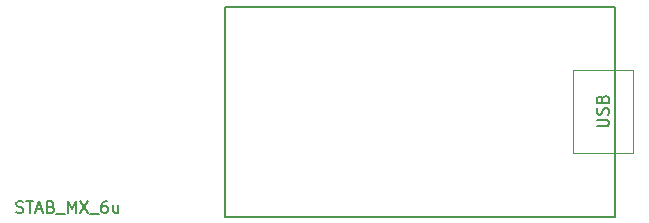
<source format=gbr>
%TF.GenerationSoftware,KiCad,Pcbnew,8.0.6*%
%TF.CreationDate,2024-12-13T09:52:16-07:00*%
%TF.ProjectId,tabesco-48,74616265-7363-46f2-9d34-382e6b696361,rev?*%
%TF.SameCoordinates,Original*%
%TF.FileFunction,Other,Comment*%
%FSLAX46Y46*%
G04 Gerber Fmt 4.6, Leading zero omitted, Abs format (unit mm)*
G04 Created by KiCad (PCBNEW 8.0.6) date 2024-12-13 09:52:16*
%MOMM*%
%LPD*%
G01*
G04 APERTURE LIST*
%ADD10C,0.150000*%
%ADD11C,0.100000*%
%ADD12C,0.200000*%
G04 APERTURE END LIST*
D10*
X173778166Y-112534700D02*
X173921023Y-112582319D01*
X173921023Y-112582319D02*
X174159118Y-112582319D01*
X174159118Y-112582319D02*
X174254356Y-112534700D01*
X174254356Y-112534700D02*
X174301975Y-112487080D01*
X174301975Y-112487080D02*
X174349594Y-112391842D01*
X174349594Y-112391842D02*
X174349594Y-112296604D01*
X174349594Y-112296604D02*
X174301975Y-112201366D01*
X174301975Y-112201366D02*
X174254356Y-112153747D01*
X174254356Y-112153747D02*
X174159118Y-112106128D01*
X174159118Y-112106128D02*
X173968642Y-112058509D01*
X173968642Y-112058509D02*
X173873404Y-112010890D01*
X173873404Y-112010890D02*
X173825785Y-111963271D01*
X173825785Y-111963271D02*
X173778166Y-111868033D01*
X173778166Y-111868033D02*
X173778166Y-111772795D01*
X173778166Y-111772795D02*
X173825785Y-111677557D01*
X173825785Y-111677557D02*
X173873404Y-111629938D01*
X173873404Y-111629938D02*
X173968642Y-111582319D01*
X173968642Y-111582319D02*
X174206737Y-111582319D01*
X174206737Y-111582319D02*
X174349594Y-111629938D01*
X174635309Y-111582319D02*
X175206737Y-111582319D01*
X174921023Y-112582319D02*
X174921023Y-111582319D01*
X175492452Y-112296604D02*
X175968642Y-112296604D01*
X175397214Y-112582319D02*
X175730547Y-111582319D01*
X175730547Y-111582319D02*
X176063880Y-112582319D01*
X176730547Y-112058509D02*
X176873404Y-112106128D01*
X176873404Y-112106128D02*
X176921023Y-112153747D01*
X176921023Y-112153747D02*
X176968642Y-112248985D01*
X176968642Y-112248985D02*
X176968642Y-112391842D01*
X176968642Y-112391842D02*
X176921023Y-112487080D01*
X176921023Y-112487080D02*
X176873404Y-112534700D01*
X176873404Y-112534700D02*
X176778166Y-112582319D01*
X176778166Y-112582319D02*
X176397214Y-112582319D01*
X176397214Y-112582319D02*
X176397214Y-111582319D01*
X176397214Y-111582319D02*
X176730547Y-111582319D01*
X176730547Y-111582319D02*
X176825785Y-111629938D01*
X176825785Y-111629938D02*
X176873404Y-111677557D01*
X176873404Y-111677557D02*
X176921023Y-111772795D01*
X176921023Y-111772795D02*
X176921023Y-111868033D01*
X176921023Y-111868033D02*
X176873404Y-111963271D01*
X176873404Y-111963271D02*
X176825785Y-112010890D01*
X176825785Y-112010890D02*
X176730547Y-112058509D01*
X176730547Y-112058509D02*
X176397214Y-112058509D01*
X177159119Y-112677557D02*
X177921023Y-112677557D01*
X178159119Y-112582319D02*
X178159119Y-111582319D01*
X178159119Y-111582319D02*
X178492452Y-112296604D01*
X178492452Y-112296604D02*
X178825785Y-111582319D01*
X178825785Y-111582319D02*
X178825785Y-112582319D01*
X179206738Y-111582319D02*
X179873404Y-112582319D01*
X179873404Y-111582319D02*
X179206738Y-112582319D01*
X180016262Y-112677557D02*
X180778166Y-112677557D01*
X181444833Y-111582319D02*
X181254357Y-111582319D01*
X181254357Y-111582319D02*
X181159119Y-111629938D01*
X181159119Y-111629938D02*
X181111500Y-111677557D01*
X181111500Y-111677557D02*
X181016262Y-111820414D01*
X181016262Y-111820414D02*
X180968643Y-112010890D01*
X180968643Y-112010890D02*
X180968643Y-112391842D01*
X180968643Y-112391842D02*
X181016262Y-112487080D01*
X181016262Y-112487080D02*
X181063881Y-112534700D01*
X181063881Y-112534700D02*
X181159119Y-112582319D01*
X181159119Y-112582319D02*
X181349595Y-112582319D01*
X181349595Y-112582319D02*
X181444833Y-112534700D01*
X181444833Y-112534700D02*
X181492452Y-112487080D01*
X181492452Y-112487080D02*
X181540071Y-112391842D01*
X181540071Y-112391842D02*
X181540071Y-112153747D01*
X181540071Y-112153747D02*
X181492452Y-112058509D01*
X181492452Y-112058509D02*
X181444833Y-112010890D01*
X181444833Y-112010890D02*
X181349595Y-111963271D01*
X181349595Y-111963271D02*
X181159119Y-111963271D01*
X181159119Y-111963271D02*
X181063881Y-112010890D01*
X181063881Y-112010890D02*
X181016262Y-112058509D01*
X181016262Y-112058509D02*
X180968643Y-112153747D01*
X182397214Y-111915652D02*
X182397214Y-112582319D01*
X181968643Y-111915652D02*
X181968643Y-112439461D01*
X181968643Y-112439461D02*
X182016262Y-112534700D01*
X182016262Y-112534700D02*
X182111500Y-112582319D01*
X182111500Y-112582319D02*
X182254357Y-112582319D01*
X182254357Y-112582319D02*
X182349595Y-112534700D01*
X182349595Y-112534700D02*
X182397214Y-112487080D01*
X222926319Y-105261404D02*
X223735842Y-105261404D01*
X223735842Y-105261404D02*
X223831080Y-105213785D01*
X223831080Y-105213785D02*
X223878700Y-105166166D01*
X223878700Y-105166166D02*
X223926319Y-105070928D01*
X223926319Y-105070928D02*
X223926319Y-104880452D01*
X223926319Y-104880452D02*
X223878700Y-104785214D01*
X223878700Y-104785214D02*
X223831080Y-104737595D01*
X223831080Y-104737595D02*
X223735842Y-104689976D01*
X223735842Y-104689976D02*
X222926319Y-104689976D01*
X223878700Y-104261404D02*
X223926319Y-104118547D01*
X223926319Y-104118547D02*
X223926319Y-103880452D01*
X223926319Y-103880452D02*
X223878700Y-103785214D01*
X223878700Y-103785214D02*
X223831080Y-103737595D01*
X223831080Y-103737595D02*
X223735842Y-103689976D01*
X223735842Y-103689976D02*
X223640604Y-103689976D01*
X223640604Y-103689976D02*
X223545366Y-103737595D01*
X223545366Y-103737595D02*
X223497747Y-103785214D01*
X223497747Y-103785214D02*
X223450128Y-103880452D01*
X223450128Y-103880452D02*
X223402509Y-104070928D01*
X223402509Y-104070928D02*
X223354890Y-104166166D01*
X223354890Y-104166166D02*
X223307271Y-104213785D01*
X223307271Y-104213785D02*
X223212033Y-104261404D01*
X223212033Y-104261404D02*
X223116795Y-104261404D01*
X223116795Y-104261404D02*
X223021557Y-104213785D01*
X223021557Y-104213785D02*
X222973938Y-104166166D01*
X222973938Y-104166166D02*
X222926319Y-104070928D01*
X222926319Y-104070928D02*
X222926319Y-103832833D01*
X222926319Y-103832833D02*
X222973938Y-103689976D01*
X223402509Y-102928071D02*
X223450128Y-102785214D01*
X223450128Y-102785214D02*
X223497747Y-102737595D01*
X223497747Y-102737595D02*
X223592985Y-102689976D01*
X223592985Y-102689976D02*
X223735842Y-102689976D01*
X223735842Y-102689976D02*
X223831080Y-102737595D01*
X223831080Y-102737595D02*
X223878700Y-102785214D01*
X223878700Y-102785214D02*
X223926319Y-102880452D01*
X223926319Y-102880452D02*
X223926319Y-103261404D01*
X223926319Y-103261404D02*
X222926319Y-103261404D01*
X222926319Y-103261404D02*
X222926319Y-102928071D01*
X222926319Y-102928071D02*
X222973938Y-102832833D01*
X222973938Y-102832833D02*
X223021557Y-102785214D01*
X223021557Y-102785214D02*
X223116795Y-102737595D01*
X223116795Y-102737595D02*
X223212033Y-102737595D01*
X223212033Y-102737595D02*
X223307271Y-102785214D01*
X223307271Y-102785214D02*
X223354890Y-102832833D01*
X223354890Y-102832833D02*
X223402509Y-102928071D01*
X223402509Y-102928071D02*
X223402509Y-103261404D01*
%TO.C,U1*%
D11*
X225986500Y-107549500D02*
X220886500Y-107549500D01*
X220886500Y-100449500D01*
X225986500Y-100449500D01*
X225986500Y-107549500D01*
D12*
X224466500Y-95109500D02*
X191446500Y-95109500D01*
X191446500Y-112889500D01*
X224466500Y-112889500D01*
X224466500Y-95109500D01*
%TD*%
M02*

</source>
